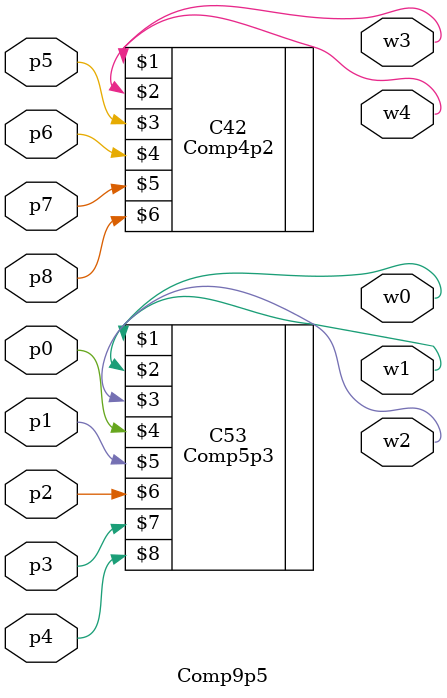
<source format=v>


module Comp9p5(w0, w1, w2, w3, w4, p0, p1, p2, p3, p4, p5, p6, p7, p8);

input p0, p1, p2, p3, p4, p5, p6, p7, p8;
output w0, w1, w2, w3, w4;

Comp5p3 C53(w0, w1, w2, p0, p1, p2, p3, p4);
Comp4p2 C42(w3, w4, p5, p6, p7, p8);

endmodule

</source>
